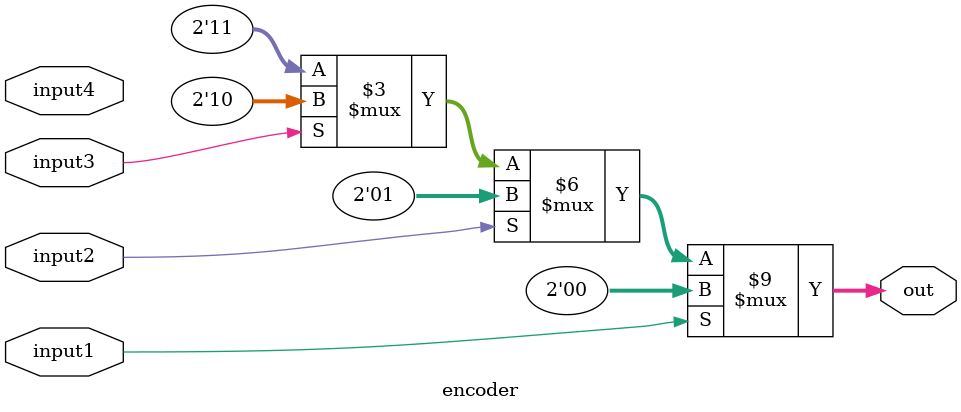
<source format=v>
module encoder(input1, input2, input3 , input4, out);

	input wire input1, input2, input3, input4;
	output reg [1:0] out;

	always@(input1,input2,input3,input4)
	begin
		if(input1)
			begin
				out <= 2'b00;
			end
		else if (input2)
			begin
				out <= 2'b01;
			end
		else if (input3)
			begin
				out <= 2'b10;
			end
		else 
			begin
				out <= 2'b11;
			end
	end

endmodule
</source>
